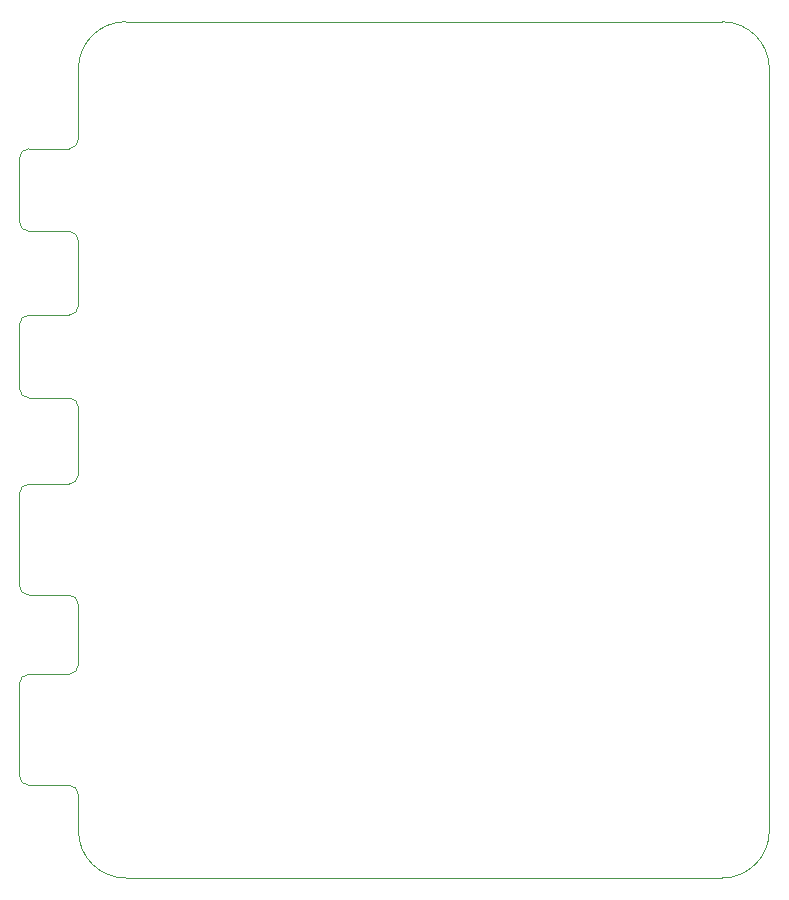
<source format=gbr>
%TF.GenerationSoftware,KiCad,Pcbnew,7.0.2*%
%TF.CreationDate,2023-12-11T23:52:07+03:00*%
%TF.ProjectId,BIM_PCB,42494d5f-5043-4422-9e6b-696361645f70,rev?*%
%TF.SameCoordinates,Original*%
%TF.FileFunction,Profile,NP*%
%FSLAX46Y46*%
G04 Gerber Fmt 4.6, Leading zero omitted, Abs format (unit mm)*
G04 Created by KiCad (PCBNEW 7.0.2) date 2023-12-11 23:52:07*
%MOMM*%
%LPD*%
G01*
G04 APERTURE LIST*
%TA.AperFunction,Profile*%
%ADD10C,0.100000*%
%TD*%
G04 APERTURE END LIST*
D10*
X31800000Y-106300000D02*
X35200000Y-106300000D01*
X31800000Y-96900000D02*
G75*
G03*
X31000000Y-97700000I0J-800000D01*
G01*
X31000000Y-74700000D02*
G75*
G03*
X31800000Y-75500000I800000J0D01*
G01*
X35200000Y-96900000D02*
G75*
G03*
X36000000Y-96100000I0J800000D01*
G01*
X35200000Y-68500000D02*
G75*
G03*
X36000000Y-67700000I0J800000D01*
G01*
X36000000Y-96100000D02*
X36000000Y-90400000D01*
X31800000Y-68500000D02*
G75*
G03*
X31000000Y-69300000I0J-800000D01*
G01*
X31000000Y-74700000D02*
X31000000Y-69300000D01*
X36000000Y-61750000D02*
X36000000Y-67700000D01*
X31800000Y-113000000D02*
X35200000Y-113000000D01*
X90500000Y-130250000D02*
G75*
G03*
X94500000Y-126250000I0J4000000D01*
G01*
X31000000Y-105500000D02*
G75*
G03*
X31800000Y-106300000I800000J0D01*
G01*
X36000000Y-90400000D02*
G75*
G03*
X35200000Y-89600000I-800000J0D01*
G01*
X31800000Y-82600000D02*
X35200000Y-82600000D01*
X31000000Y-88800000D02*
G75*
G03*
X31800000Y-89600000I800000J0D01*
G01*
X36000000Y-112200000D02*
X36000000Y-107100000D01*
X31800000Y-113000000D02*
G75*
G03*
X31000000Y-113800000I0J-800000D01*
G01*
X31800000Y-89600000D02*
X35200000Y-89600000D01*
X31000000Y-121600000D02*
X31000000Y-113800000D01*
X36000000Y-123200000D02*
X36000000Y-126250000D01*
X40000000Y-57750000D02*
G75*
G03*
X36000000Y-61750000I0J-4000000D01*
G01*
X31800000Y-75500000D02*
X35200000Y-75500000D01*
X36000000Y-126250000D02*
G75*
G03*
X40000000Y-130250000I4000000J0D01*
G01*
X31800000Y-82600000D02*
G75*
G03*
X31000000Y-83400000I0J-800000D01*
G01*
X36000000Y-76300000D02*
G75*
G03*
X35200000Y-75500000I-800000J0D01*
G01*
X94500000Y-61750000D02*
X94500000Y-126250000D01*
X40000000Y-57750000D02*
X90500000Y-57750000D01*
X31800000Y-122400000D02*
X35200000Y-122400000D01*
X31800000Y-96900000D02*
X35200000Y-96900000D01*
X31000000Y-121600000D02*
G75*
G03*
X31800000Y-122400000I800000J0D01*
G01*
X94500000Y-61750000D02*
G75*
G03*
X90500000Y-57750000I-4000000J0D01*
G01*
X36000000Y-123200000D02*
G75*
G03*
X35200000Y-122400000I-800000J0D01*
G01*
X90500000Y-130250000D02*
X40000000Y-130250000D01*
X36000000Y-81800000D02*
X36000000Y-76300000D01*
X31000000Y-105500000D02*
X31000000Y-97700000D01*
X31800000Y-68500000D02*
X35200000Y-68500000D01*
X36000000Y-107100000D02*
G75*
G03*
X35200000Y-106300000I-800000J0D01*
G01*
X35200000Y-113000000D02*
G75*
G03*
X36000000Y-112200000I0J800000D01*
G01*
X35200000Y-82600000D02*
G75*
G03*
X36000000Y-81800000I0J800000D01*
G01*
X31000000Y-88800000D02*
X31000000Y-83400000D01*
M02*

</source>
